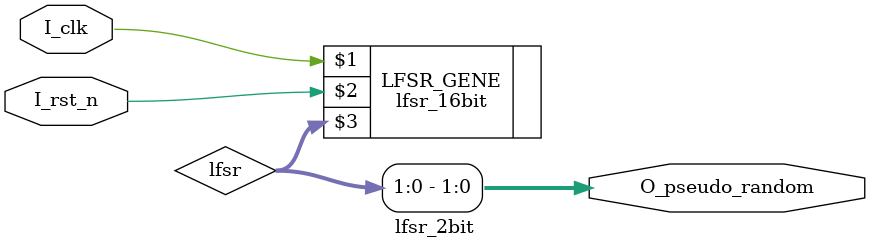
<source format=v>
`timescale 1ns / 1ps

module lfsr_2bit(
    input   wire            I_clk,
    input   wire            I_rst_n,

    output  wire    [1:0]   O_pseudo_random
    );

    wire            [15:0]  lfsr;
    lfsr_16bit LFSR_GENE (I_clk, I_rst_n, lfsr);
    assign  O_pseudo_random = lfsr;

endmodule

</source>
